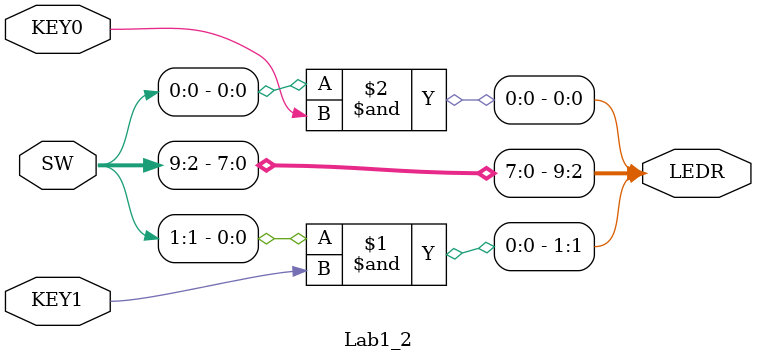
<source format=v>
module Lab1_2 (SW, LEDR, KEY0, KEY1);
	input [9:0] SW;
	input KEY0, KEY1;
	output [9:0] LEDR;
	
	// Turn LEDs 0-9 on when the corresponding switch 0-9 is on
	// Turn LEDs 0 and 1 off when the corresponding switch 0 and 1 is on
	// and the corresponding push button 0 and 1 is pressed
	assign LEDR[9] = SW[9];
	assign LEDR[8] = SW[8];
	assign LEDR[7] = SW[7];
	assign LEDR[6] = SW[6];
	assign LEDR[5] = SW[5];
	assign LEDR[4] = SW[4];
	assign LEDR[3] = SW[3];
	assign LEDR[2] = SW[2];
	assign LEDR[1] = SW[1] & KEY1;
	assign LEDR[0] = SW[0] & KEY0;
endmodule
</source>
